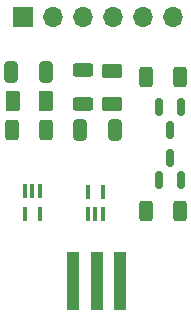
<source format=gbr>
%TF.GenerationSoftware,KiCad,Pcbnew,8.0.6-8.0.6-0~ubuntu22.04.1*%
%TF.CreationDate,2024-11-07T17:30:12-08:00*%
%TF.ProjectId,gbvideo_breakout,67627669-6465-46f5-9f62-7265616b6f75,rev?*%
%TF.SameCoordinates,Original*%
%TF.FileFunction,Soldermask,Top*%
%TF.FilePolarity,Negative*%
%FSLAX46Y46*%
G04 Gerber Fmt 4.6, Leading zero omitted, Abs format (unit mm)*
G04 Created by KiCad (PCBNEW 8.0.6-8.0.6-0~ubuntu22.04.1) date 2024-11-07 17:30:12*
%MOMM*%
%LPD*%
G01*
G04 APERTURE LIST*
G04 Aperture macros list*
%AMRoundRect*
0 Rectangle with rounded corners*
0 $1 Rounding radius*
0 $2 $3 $4 $5 $6 $7 $8 $9 X,Y pos of 4 corners*
0 Add a 4 corners polygon primitive as box body*
4,1,4,$2,$3,$4,$5,$6,$7,$8,$9,$2,$3,0*
0 Add four circle primitives for the rounded corners*
1,1,$1+$1,$2,$3*
1,1,$1+$1,$4,$5*
1,1,$1+$1,$6,$7*
1,1,$1+$1,$8,$9*
0 Add four rect primitives between the rounded corners*
20,1,$1+$1,$2,$3,$4,$5,0*
20,1,$1+$1,$4,$5,$6,$7,0*
20,1,$1+$1,$6,$7,$8,$9,0*
20,1,$1+$1,$8,$9,$2,$3,0*%
G04 Aperture macros list end*
%ADD10R,0.400000X1.200000*%
%ADD11R,1.000000X5.000000*%
%ADD12RoundRect,0.250000X0.325000X0.650000X-0.325000X0.650000X-0.325000X-0.650000X0.325000X-0.650000X0*%
%ADD13RoundRect,0.250000X-0.312500X-0.625000X0.312500X-0.625000X0.312500X0.625000X-0.312500X0.625000X0*%
%ADD14RoundRect,0.250000X-0.625000X0.312500X-0.625000X-0.312500X0.625000X-0.312500X0.625000X0.312500X0*%
%ADD15RoundRect,0.250000X0.312500X0.625000X-0.312500X0.625000X-0.312500X-0.625000X0.312500X-0.625000X0*%
%ADD16RoundRect,0.150000X0.150000X-0.587500X0.150000X0.587500X-0.150000X0.587500X-0.150000X-0.587500X0*%
%ADD17RoundRect,0.150000X-0.150000X0.587500X-0.150000X-0.587500X0.150000X-0.587500X0.150000X0.587500X0*%
%ADD18RoundRect,0.250000X-0.375000X-0.625000X0.375000X-0.625000X0.375000X0.625000X-0.375000X0.625000X0*%
%ADD19RoundRect,0.250000X-0.625000X0.375000X-0.625000X-0.375000X0.625000X-0.375000X0.625000X0.375000X0*%
%ADD20O,1.700000X1.700000*%
%ADD21R,1.700000X1.700000*%
G04 APERTURE END LIST*
D10*
%TO.C,U2*%
X143308000Y-84514000D03*
X143958000Y-84514000D03*
X144608000Y-84514000D03*
X144608000Y-82614000D03*
X143308000Y-82614000D03*
%TD*%
%TO.C,U1*%
X139274000Y-82563200D03*
X138624000Y-82563200D03*
X137974000Y-82563200D03*
X137974000Y-84463200D03*
X139274000Y-84463200D03*
%TD*%
D11*
%TO.C,GB1*%
X144074000Y-90152800D03*
X146074000Y-90152800D03*
X142074000Y-90152800D03*
%TD*%
D12*
%TO.C,C2*%
X145575000Y-77351200D03*
X142625000Y-77351200D03*
%TD*%
%TO.C,C1*%
X139783800Y-72474400D03*
X136833800Y-72474400D03*
%TD*%
D13*
%TO.C,R5*%
X151127700Y-84231600D03*
X148202700Y-84231600D03*
%TD*%
D14*
%TO.C,R4*%
X142880800Y-72281900D03*
X142880800Y-75206900D03*
%TD*%
D13*
%TO.C,R3*%
X136846300Y-77402000D03*
X139771300Y-77402000D03*
%TD*%
D15*
%TO.C,R1*%
X148202700Y-72852400D03*
X151127700Y-72852400D03*
%TD*%
D16*
%TO.C,Q2*%
X150245200Y-79767700D03*
X151195200Y-81642700D03*
X149295200Y-81642700D03*
%TD*%
D17*
%TO.C,Q1*%
X150246567Y-77338400D03*
X149296567Y-75463400D03*
X151196567Y-75463400D03*
%TD*%
D18*
%TO.C,LED_5V1*%
X136959600Y-74963600D03*
X139759600Y-74963600D03*
%TD*%
D19*
%TO.C,LED_3V3*%
X145370000Y-72395200D03*
X145370000Y-75195200D03*
%TD*%
D20*
%TO.C,J1*%
X150551600Y-67851600D03*
X148011600Y-67851600D03*
X145471600Y-67851600D03*
X142931600Y-67851600D03*
X140391600Y-67851600D03*
D21*
X137851600Y-67851600D03*
%TD*%
M02*

</source>
